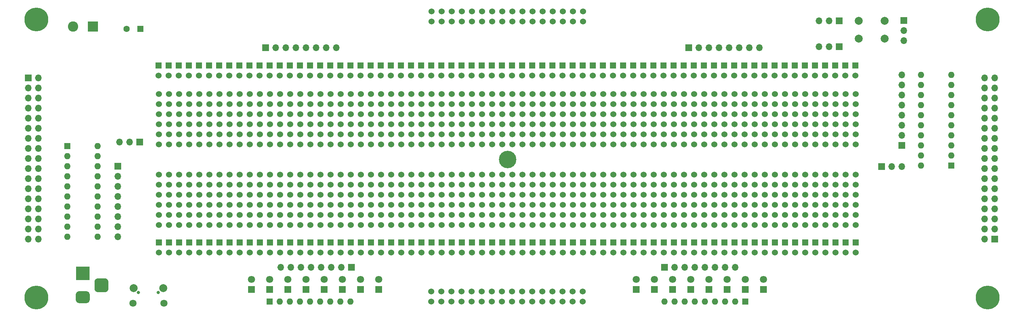
<source format=gbr>
%TF.GenerationSoftware,KiCad,Pcbnew,(5.1.10-1-10_14)*%
%TF.CreationDate,2021-08-21T14:50:14-04:00*%
%TF.ProjectId,breadboard-prototype,62726561-6462-46f6-9172-642d70726f74,rev?*%
%TF.SameCoordinates,Original*%
%TF.FileFunction,Soldermask,Bot*%
%TF.FilePolarity,Negative*%
%FSLAX46Y46*%
G04 Gerber Fmt 4.6, Leading zero omitted, Abs format (unit mm)*
G04 Created by KiCad (PCBNEW (5.1.10-1-10_14)) date 2021-08-21 14:50:14*
%MOMM*%
%LPD*%
G01*
G04 APERTURE LIST*
%ADD10O,1.600000X1.600000*%
%ADD11R,1.600000X1.600000*%
%ADD12O,1.700000X1.700000*%
%ADD13R,1.700000X1.700000*%
%ADD14C,2.000000*%
%ADD15C,0.800000*%
%ADD16C,1.800000*%
%ADD17R,3.500000X3.500000*%
%ADD18R,1.800000X1.800000*%
%ADD19C,1.524000*%
%ADD20C,1.600000*%
%ADD21C,0.700000*%
%ADD22C,4.400000*%
%ADD23R,1.524000X1.524000*%
%ADD24C,6.000000*%
%ADD25C,2.600000*%
%ADD26R,2.600000X2.600000*%
G04 APERTURE END LIST*
D10*
%TO.C,U2*%
X354584000Y-73660000D03*
X362204000Y-50800000D03*
X354584000Y-71120000D03*
X362204000Y-53340000D03*
X354584000Y-68580000D03*
X362204000Y-55880000D03*
X354584000Y-66040000D03*
X362204000Y-58420000D03*
X354584000Y-63500000D03*
X362204000Y-60960000D03*
X354584000Y-60960000D03*
X362204000Y-63500000D03*
X354584000Y-58420000D03*
X362204000Y-66040000D03*
X354584000Y-55880000D03*
X362204000Y-68580000D03*
X354584000Y-53340000D03*
X362204000Y-71120000D03*
X354584000Y-50800000D03*
D11*
X362204000Y-73660000D03*
%TD*%
D10*
%TO.C,U1*%
X147530000Y-68784000D03*
X139910000Y-91644000D03*
X147530000Y-71324000D03*
X139910000Y-89104000D03*
X147530000Y-73864000D03*
X139910000Y-86564000D03*
X147530000Y-76404000D03*
X139910000Y-84024000D03*
X147530000Y-78944000D03*
X139910000Y-81484000D03*
X147530000Y-81484000D03*
X139910000Y-78944000D03*
X147530000Y-84024000D03*
X139910000Y-76404000D03*
X147530000Y-86564000D03*
X139910000Y-73864000D03*
X147530000Y-89104000D03*
X139910000Y-71324000D03*
X147530000Y-91644000D03*
D11*
X139910000Y-68784000D03*
%TD*%
D12*
%TO.C,J20*%
X350266000Y-42164000D03*
X350266000Y-39624000D03*
D13*
X350266000Y-37084000D03*
%TD*%
D12*
%TO.C,J18*%
X328930000Y-43688000D03*
X331470000Y-43688000D03*
D13*
X334010000Y-43688000D03*
%TD*%
D12*
%TO.C,J19*%
X328930000Y-37142000D03*
X331470000Y-37142000D03*
D13*
X334010000Y-37142000D03*
%TD*%
D14*
%TO.C,SW1*%
X338940000Y-41656000D03*
X338940000Y-37156000D03*
X345440000Y-41656000D03*
X345440000Y-37156000D03*
%TD*%
D15*
%TO.C,J4*%
X162774000Y-105626000D03*
X157774000Y-105626000D03*
D16*
X164149000Y-108376000D03*
X156399000Y-108376000D03*
D14*
X163999000Y-104576000D03*
X156549000Y-104576000D03*
%TD*%
%TO.C,J17*%
G36*
G01*
X149339000Y-105588000D02*
X147589000Y-105588000D01*
G75*
G02*
X146714000Y-104713000I0J875000D01*
G01*
X146714000Y-102963000D01*
G75*
G02*
X147589000Y-102088000I875000J0D01*
G01*
X149339000Y-102088000D01*
G75*
G02*
X150214000Y-102963000I0J-875000D01*
G01*
X150214000Y-104713000D01*
G75*
G02*
X149339000Y-105588000I-875000J0D01*
G01*
G37*
G36*
G01*
X144764000Y-108338000D02*
X142764000Y-108338000D01*
G75*
G02*
X142014000Y-107588000I0J750000D01*
G01*
X142014000Y-106088000D01*
G75*
G02*
X142764000Y-105338000I750000J0D01*
G01*
X144764000Y-105338000D01*
G75*
G02*
X145514000Y-106088000I0J-750000D01*
G01*
X145514000Y-107588000D01*
G75*
G02*
X144764000Y-108338000I-750000J0D01*
G01*
G37*
D17*
X143764000Y-100838000D03*
%TD*%
D10*
%TO.C,RN2*%
X290068000Y-107950000D03*
X292608000Y-107950000D03*
X295148000Y-107950000D03*
X297688000Y-107950000D03*
X300228000Y-107950000D03*
X302768000Y-107950000D03*
X305308000Y-107950000D03*
X307848000Y-107950000D03*
D11*
X310388000Y-107950000D03*
%TD*%
D12*
%TO.C,J16*%
X307848000Y-99314000D03*
X305308000Y-99314000D03*
X302768000Y-99314000D03*
X300228000Y-99314000D03*
X297688000Y-99314000D03*
X295148000Y-99314000D03*
X292608000Y-99314000D03*
D13*
X290068000Y-99314000D03*
%TD*%
D16*
%TO.C,D44*%
X314960000Y-102362000D03*
D18*
X314960000Y-104902000D03*
%TD*%
D16*
%TO.C,D43*%
X310388000Y-102362000D03*
D18*
X310388000Y-104902000D03*
%TD*%
D16*
%TO.C,D42*%
X305816000Y-102362000D03*
D18*
X305816000Y-104902000D03*
%TD*%
D16*
%TO.C,D41*%
X301244000Y-102362000D03*
D18*
X301244000Y-104902000D03*
%TD*%
D16*
%TO.C,D40*%
X296672000Y-102362000D03*
D18*
X296672000Y-104902000D03*
%TD*%
D16*
%TO.C,D39*%
X292100000Y-102362000D03*
D18*
X292100000Y-104902000D03*
%TD*%
D16*
%TO.C,D38*%
X287528000Y-102362000D03*
D18*
X287528000Y-104902000D03*
%TD*%
D16*
%TO.C,D37*%
X282956000Y-102362000D03*
D18*
X282956000Y-104902000D03*
%TD*%
D10*
%TO.C,RN1*%
X211074000Y-107950000D03*
X208534000Y-107950000D03*
X205994000Y-107950000D03*
X203454000Y-107950000D03*
X200914000Y-107950000D03*
X198374000Y-107950000D03*
X195834000Y-107950000D03*
X193294000Y-107950000D03*
D11*
X190754000Y-107950000D03*
%TD*%
D12*
%TO.C,J15*%
X193548000Y-99314000D03*
X196088000Y-99314000D03*
X198628000Y-99314000D03*
X201168000Y-99314000D03*
X203708000Y-99314000D03*
X206248000Y-99314000D03*
X208788000Y-99314000D03*
D13*
X211328000Y-99314000D03*
%TD*%
D16*
%TO.C,D36*%
X186182000Y-102362000D03*
D18*
X186182000Y-104902000D03*
%TD*%
D16*
%TO.C,D35*%
X190754000Y-102362000D03*
D18*
X190754000Y-104902000D03*
%TD*%
D16*
%TO.C,D34*%
X195326000Y-102362000D03*
D18*
X195326000Y-104902000D03*
%TD*%
D16*
%TO.C,D33*%
X199898000Y-102362000D03*
D18*
X199898000Y-104902000D03*
%TD*%
D16*
%TO.C,D32*%
X204470000Y-102362000D03*
D18*
X204470000Y-104902000D03*
%TD*%
D16*
%TO.C,D31*%
X209042000Y-102362000D03*
D18*
X209042000Y-104902000D03*
%TD*%
D16*
%TO.C,D30*%
X213614000Y-102362000D03*
D18*
X213614000Y-104902000D03*
%TD*%
D16*
%TO.C,D29*%
X218186000Y-102362000D03*
D18*
X218186000Y-104902000D03*
%TD*%
D12*
%TO.C,J13*%
X313944000Y-43942000D03*
X311404000Y-43942000D03*
X308864000Y-43942000D03*
X306324000Y-43942000D03*
X303784000Y-43942000D03*
X301244000Y-43942000D03*
X298704000Y-43942000D03*
D13*
X296164000Y-43942000D03*
%TD*%
D12*
%TO.C,J12*%
X207518000Y-43942000D03*
X204978000Y-43942000D03*
X202438000Y-43942000D03*
X199898000Y-43942000D03*
X197358000Y-43942000D03*
X194818000Y-43942000D03*
X192278000Y-43942000D03*
D13*
X189738000Y-43942000D03*
%TD*%
D19*
%TO.C,J11*%
X254340000Y-65790000D03*
X226400000Y-65790000D03*
X261960000Y-65790000D03*
X269580000Y-65790000D03*
X267040000Y-65790000D03*
X244180000Y-68320000D03*
X241640000Y-68320000D03*
X322920000Y-65790000D03*
X320380000Y-65790000D03*
X317840000Y-65790000D03*
X183220000Y-65790000D03*
X180680000Y-65790000D03*
X231480000Y-65790000D03*
X223860000Y-65790000D03*
X221320000Y-65790000D03*
X218780000Y-65790000D03*
X216240000Y-65790000D03*
X213700000Y-65790000D03*
X211160000Y-65790000D03*
X208620000Y-65790000D03*
X287360000Y-65790000D03*
X284820000Y-65790000D03*
X282280000Y-65790000D03*
X279740000Y-65790000D03*
X162900000Y-65790000D03*
X203540000Y-65790000D03*
X201000000Y-65790000D03*
X198460000Y-65790000D03*
X170520000Y-65790000D03*
X167980000Y-65790000D03*
X165440000Y-65790000D03*
X249260000Y-65790000D03*
X246720000Y-65790000D03*
X239100000Y-65790000D03*
X236560000Y-65790000D03*
X234020000Y-65790000D03*
X178140000Y-65790000D03*
X175600000Y-65790000D03*
X173060000Y-65790000D03*
X195920000Y-65790000D03*
X193380000Y-65790000D03*
X190840000Y-65790000D03*
X188300000Y-65790000D03*
X185760000Y-65790000D03*
X277200000Y-65790000D03*
X274660000Y-65790000D03*
X272120000Y-65790000D03*
X206080000Y-65790000D03*
X315300000Y-65790000D03*
X312760000Y-65790000D03*
X310220000Y-65790000D03*
X307680000Y-65790000D03*
X305140000Y-65790000D03*
X302600000Y-65790000D03*
X244180000Y-65790000D03*
X241640000Y-65790000D03*
X300060000Y-65790000D03*
X297520000Y-65790000D03*
X294980000Y-65790000D03*
X292440000Y-65790000D03*
X289900000Y-65790000D03*
X185760000Y-68320000D03*
X183220000Y-68320000D03*
X165440000Y-68320000D03*
X338160000Y-65790000D03*
X335620000Y-65790000D03*
X333080000Y-65790000D03*
X315300000Y-68320000D03*
X312760000Y-68320000D03*
X310220000Y-68320000D03*
X307680000Y-68320000D03*
X305140000Y-68320000D03*
X302600000Y-68320000D03*
X188300000Y-68320000D03*
X330540000Y-65790000D03*
X328000000Y-65790000D03*
X325460000Y-65790000D03*
X251800000Y-65790000D03*
X256880000Y-65790000D03*
X328000000Y-68320000D03*
X325460000Y-68320000D03*
X294980000Y-68320000D03*
X292440000Y-68320000D03*
X289900000Y-68320000D03*
X287360000Y-68320000D03*
X236560000Y-68320000D03*
X234020000Y-68320000D03*
X231480000Y-68320000D03*
X228940000Y-68320000D03*
X226400000Y-68320000D03*
X223860000Y-68320000D03*
X221320000Y-68320000D03*
X218780000Y-68320000D03*
X216240000Y-68320000D03*
X213700000Y-68320000D03*
X211160000Y-68320000D03*
X208620000Y-68320000D03*
X206080000Y-68320000D03*
X203540000Y-68320000D03*
X201000000Y-68320000D03*
X251800000Y-68320000D03*
X249260000Y-68320000D03*
X178140000Y-68320000D03*
X180680000Y-68320000D03*
X173060000Y-68320000D03*
X175600000Y-68320000D03*
X338160000Y-68320000D03*
X300060000Y-68320000D03*
X297520000Y-68320000D03*
X322920000Y-68320000D03*
X320380000Y-68320000D03*
X317840000Y-68320000D03*
X239100000Y-68320000D03*
X284820000Y-68320000D03*
X282280000Y-68320000D03*
X279740000Y-68320000D03*
X277200000Y-68320000D03*
X274660000Y-68320000D03*
X272120000Y-68320000D03*
X269580000Y-68320000D03*
X267040000Y-68320000D03*
X264500000Y-68320000D03*
X261960000Y-68320000D03*
X259420000Y-68320000D03*
X256880000Y-68320000D03*
X254340000Y-68320000D03*
X167980000Y-68320000D03*
X162900000Y-68320000D03*
X198460000Y-68320000D03*
X195920000Y-68320000D03*
X193380000Y-68320000D03*
X190840000Y-68320000D03*
X170520000Y-68320000D03*
X335620000Y-68320000D03*
X333080000Y-68320000D03*
X330540000Y-68320000D03*
X246720000Y-68320000D03*
X259420000Y-65790000D03*
X228940000Y-65790000D03*
X264500000Y-65790000D03*
X328000000Y-63250000D03*
X325460000Y-63250000D03*
X294980000Y-63250000D03*
X292440000Y-63250000D03*
X289900000Y-63250000D03*
X287360000Y-63250000D03*
X236560000Y-63250000D03*
X234020000Y-63250000D03*
X231480000Y-63250000D03*
X228940000Y-63250000D03*
X226400000Y-63250000D03*
X223860000Y-63250000D03*
X221320000Y-63250000D03*
X218780000Y-63250000D03*
X216240000Y-63250000D03*
X213700000Y-63250000D03*
X211160000Y-63250000D03*
X208620000Y-63250000D03*
X206080000Y-63250000D03*
X203540000Y-63250000D03*
X201000000Y-63250000D03*
X251800000Y-63250000D03*
X249260000Y-63250000D03*
X178140000Y-63250000D03*
X180680000Y-63250000D03*
X173060000Y-63250000D03*
X175600000Y-63250000D03*
X338160000Y-63250000D03*
X300060000Y-63250000D03*
X297520000Y-63250000D03*
X322920000Y-63250000D03*
X320380000Y-63250000D03*
X317840000Y-63250000D03*
X239100000Y-63250000D03*
X284820000Y-63250000D03*
X282280000Y-63250000D03*
X279740000Y-63250000D03*
X277200000Y-63250000D03*
X274660000Y-63250000D03*
X272120000Y-63250000D03*
X269580000Y-63250000D03*
X267040000Y-63250000D03*
X264500000Y-63250000D03*
X261960000Y-63250000D03*
X259420000Y-63250000D03*
X256880000Y-63250000D03*
X254340000Y-63250000D03*
X167980000Y-63250000D03*
X162900000Y-63250000D03*
X198460000Y-63250000D03*
X195920000Y-63250000D03*
X193380000Y-63250000D03*
X190840000Y-63250000D03*
X170520000Y-63250000D03*
X335620000Y-63250000D03*
X333080000Y-63250000D03*
X330540000Y-63250000D03*
X246720000Y-63250000D03*
X244180000Y-63250000D03*
X241640000Y-63250000D03*
X315300000Y-63250000D03*
X312760000Y-63250000D03*
X310220000Y-63250000D03*
X307680000Y-63250000D03*
X305140000Y-63250000D03*
X302600000Y-63250000D03*
X188300000Y-63250000D03*
X185760000Y-63250000D03*
X183220000Y-63250000D03*
X165440000Y-63250000D03*
X338160000Y-60720000D03*
X335620000Y-60720000D03*
X333080000Y-60720000D03*
X330540000Y-60720000D03*
X328000000Y-60720000D03*
X325460000Y-60720000D03*
X322920000Y-60720000D03*
X320380000Y-60720000D03*
X317840000Y-60720000D03*
X183220000Y-60720000D03*
X180680000Y-60720000D03*
X178140000Y-60720000D03*
X175600000Y-60720000D03*
X173060000Y-60720000D03*
X170520000Y-60720000D03*
X167980000Y-60720000D03*
X165440000Y-60720000D03*
X249260000Y-60720000D03*
X246720000Y-60720000D03*
X244180000Y-60720000D03*
X241640000Y-60720000D03*
X239100000Y-60720000D03*
X236560000Y-60720000D03*
X234020000Y-60720000D03*
X231480000Y-60720000D03*
X223860000Y-60720000D03*
X221320000Y-60720000D03*
X218780000Y-60720000D03*
X216240000Y-60720000D03*
X213700000Y-60720000D03*
X211160000Y-60720000D03*
X208620000Y-60720000D03*
X206080000Y-60720000D03*
X315300000Y-60720000D03*
X312760000Y-60720000D03*
X310220000Y-60720000D03*
X307680000Y-60720000D03*
X305140000Y-60720000D03*
X302600000Y-60720000D03*
X300060000Y-60720000D03*
X297520000Y-60720000D03*
X294980000Y-60720000D03*
X292440000Y-60720000D03*
X289900000Y-60720000D03*
X287360000Y-60720000D03*
X284820000Y-60720000D03*
X282280000Y-60720000D03*
X279740000Y-60720000D03*
X162900000Y-60720000D03*
X203540000Y-60720000D03*
X201000000Y-60720000D03*
X198460000Y-60720000D03*
X195920000Y-60720000D03*
X193380000Y-60720000D03*
X190840000Y-60720000D03*
X188300000Y-60720000D03*
X185760000Y-60720000D03*
X277200000Y-60720000D03*
X274660000Y-60720000D03*
X272120000Y-60720000D03*
X269580000Y-60720000D03*
X267040000Y-60720000D03*
X264500000Y-60720000D03*
X261960000Y-60720000D03*
X259420000Y-60720000D03*
X228940000Y-60720000D03*
X226400000Y-60720000D03*
X256880000Y-60720000D03*
X254340000Y-60720000D03*
X251800000Y-60720000D03*
X178140000Y-58180000D03*
X180680000Y-58180000D03*
X173060000Y-58180000D03*
X175600000Y-58180000D03*
X338160000Y-58180000D03*
X300060000Y-58180000D03*
X297520000Y-58180000D03*
X294980000Y-58180000D03*
X292440000Y-58180000D03*
X289900000Y-58180000D03*
X287360000Y-58180000D03*
X236560000Y-58180000D03*
X234020000Y-58180000D03*
X231480000Y-58180000D03*
X228940000Y-58180000D03*
X226400000Y-58180000D03*
X223860000Y-58180000D03*
X221320000Y-58180000D03*
X218780000Y-58180000D03*
X216240000Y-58180000D03*
X213700000Y-58180000D03*
X211160000Y-58180000D03*
X208620000Y-58180000D03*
X206080000Y-58180000D03*
X203540000Y-58180000D03*
X201000000Y-58180000D03*
X251800000Y-58180000D03*
X249260000Y-58180000D03*
X246720000Y-58180000D03*
X244180000Y-58180000D03*
X241640000Y-58180000D03*
X239100000Y-58180000D03*
X284820000Y-58180000D03*
X282280000Y-58180000D03*
X279740000Y-58180000D03*
X277200000Y-58180000D03*
X274660000Y-58180000D03*
X272120000Y-58180000D03*
X269580000Y-58180000D03*
X267040000Y-58180000D03*
X264500000Y-58180000D03*
X261960000Y-58180000D03*
X259420000Y-58180000D03*
X256880000Y-58180000D03*
X254340000Y-58180000D03*
X167980000Y-58180000D03*
X162900000Y-58180000D03*
X198460000Y-58180000D03*
X195920000Y-58180000D03*
X193380000Y-58180000D03*
X190840000Y-58180000D03*
X170520000Y-58180000D03*
X335620000Y-58180000D03*
X333080000Y-58180000D03*
X330540000Y-58180000D03*
X328000000Y-58180000D03*
X325460000Y-58180000D03*
X322920000Y-58180000D03*
X320380000Y-58180000D03*
X317840000Y-58180000D03*
X315300000Y-58180000D03*
X312760000Y-58180000D03*
X310220000Y-58180000D03*
X307680000Y-58180000D03*
X305140000Y-58180000D03*
X302600000Y-58180000D03*
X188300000Y-58180000D03*
X185760000Y-58180000D03*
X183220000Y-58180000D03*
X165440000Y-58180000D03*
X338160000Y-55650000D03*
X335620000Y-55650000D03*
X333080000Y-55650000D03*
X330540000Y-55650000D03*
X328000000Y-55650000D03*
X325460000Y-55650000D03*
X322920000Y-55650000D03*
X320380000Y-55650000D03*
X317840000Y-55650000D03*
X315300000Y-55650000D03*
X312760000Y-55650000D03*
X310220000Y-55650000D03*
X307680000Y-55650000D03*
X305140000Y-55650000D03*
X302600000Y-55650000D03*
X300060000Y-55650000D03*
X297520000Y-55650000D03*
X294980000Y-55650000D03*
X292440000Y-55650000D03*
X289900000Y-55650000D03*
X287360000Y-55650000D03*
X284820000Y-55650000D03*
X282280000Y-55650000D03*
X279740000Y-55650000D03*
X277200000Y-55650000D03*
X274660000Y-55650000D03*
X272120000Y-55650000D03*
X269580000Y-55650000D03*
X267040000Y-55650000D03*
X264500000Y-55650000D03*
X261960000Y-55650000D03*
X259420000Y-55650000D03*
X256880000Y-55650000D03*
X254340000Y-55650000D03*
X251800000Y-55650000D03*
X249260000Y-55650000D03*
X246720000Y-55650000D03*
X244180000Y-55650000D03*
X241640000Y-55650000D03*
X239100000Y-55650000D03*
X236560000Y-55650000D03*
X234020000Y-55650000D03*
X231480000Y-55650000D03*
X228940000Y-55650000D03*
X226400000Y-55650000D03*
X223860000Y-55650000D03*
X221320000Y-55650000D03*
X218780000Y-55650000D03*
X216240000Y-55650000D03*
X213700000Y-55650000D03*
X211160000Y-55650000D03*
X208620000Y-55650000D03*
X206080000Y-55650000D03*
X203540000Y-55650000D03*
X201000000Y-55650000D03*
X198460000Y-55650000D03*
X195920000Y-55650000D03*
X193380000Y-55650000D03*
X190840000Y-55650000D03*
X188300000Y-55650000D03*
X185760000Y-55650000D03*
X183220000Y-55650000D03*
X180680000Y-55650000D03*
X178140000Y-55650000D03*
X175600000Y-55650000D03*
X173060000Y-55650000D03*
X170520000Y-55650000D03*
X167980000Y-55650000D03*
X165440000Y-55650000D03*
X162900000Y-55650000D03*
%TD*%
%TO.C,J14*%
X246720000Y-78470000D03*
X274660000Y-78470000D03*
X239100000Y-78470000D03*
X231480000Y-78470000D03*
X234020000Y-78470000D03*
X256880000Y-75940000D03*
X259420000Y-75940000D03*
X178140000Y-78470000D03*
X180680000Y-78470000D03*
X183220000Y-78470000D03*
X317840000Y-78470000D03*
X320380000Y-78470000D03*
X269580000Y-78470000D03*
X277200000Y-78470000D03*
X279740000Y-78470000D03*
X282280000Y-78470000D03*
X284820000Y-78470000D03*
X287360000Y-78470000D03*
X289900000Y-78470000D03*
X292440000Y-78470000D03*
X213700000Y-78470000D03*
X216240000Y-78470000D03*
X218780000Y-78470000D03*
X221320000Y-78470000D03*
X338160000Y-78470000D03*
X297520000Y-78470000D03*
X300060000Y-78470000D03*
X302600000Y-78470000D03*
X330540000Y-78470000D03*
X333080000Y-78470000D03*
X335620000Y-78470000D03*
X251800000Y-78470000D03*
X254340000Y-78470000D03*
X261960000Y-78470000D03*
X264500000Y-78470000D03*
X267040000Y-78470000D03*
X322920000Y-78470000D03*
X325460000Y-78470000D03*
X328000000Y-78470000D03*
X305140000Y-78470000D03*
X307680000Y-78470000D03*
X310220000Y-78470000D03*
X312760000Y-78470000D03*
X315300000Y-78470000D03*
X223860000Y-78470000D03*
X226400000Y-78470000D03*
X228940000Y-78470000D03*
X294980000Y-78470000D03*
X185760000Y-78470000D03*
X188300000Y-78470000D03*
X190840000Y-78470000D03*
X193380000Y-78470000D03*
X195920000Y-78470000D03*
X198460000Y-78470000D03*
X256880000Y-78470000D03*
X259420000Y-78470000D03*
X201000000Y-78470000D03*
X203540000Y-78470000D03*
X206080000Y-78470000D03*
X208620000Y-78470000D03*
X211160000Y-78470000D03*
X315300000Y-75940000D03*
X317840000Y-75940000D03*
X335620000Y-75940000D03*
X162900000Y-78470000D03*
X165440000Y-78470000D03*
X167980000Y-78470000D03*
X185760000Y-75940000D03*
X188300000Y-75940000D03*
X190840000Y-75940000D03*
X193380000Y-75940000D03*
X195920000Y-75940000D03*
X198460000Y-75940000D03*
X312760000Y-75940000D03*
X170520000Y-78470000D03*
X173060000Y-78470000D03*
X175600000Y-78470000D03*
X249260000Y-78470000D03*
X244180000Y-78470000D03*
X173060000Y-75940000D03*
X175600000Y-75940000D03*
X206080000Y-75940000D03*
X208620000Y-75940000D03*
X211160000Y-75940000D03*
X213700000Y-75940000D03*
X264500000Y-75940000D03*
X267040000Y-75940000D03*
X269580000Y-75940000D03*
X272120000Y-75940000D03*
X274660000Y-75940000D03*
X277200000Y-75940000D03*
X279740000Y-75940000D03*
X282280000Y-75940000D03*
X284820000Y-75940000D03*
X287360000Y-75940000D03*
X289900000Y-75940000D03*
X292440000Y-75940000D03*
X294980000Y-75940000D03*
X297520000Y-75940000D03*
X300060000Y-75940000D03*
X249260000Y-75940000D03*
X251800000Y-75940000D03*
X322920000Y-75940000D03*
X320380000Y-75940000D03*
X328000000Y-75940000D03*
X325460000Y-75940000D03*
X162900000Y-75940000D03*
X201000000Y-75940000D03*
X203540000Y-75940000D03*
X178140000Y-75940000D03*
X180680000Y-75940000D03*
X183220000Y-75940000D03*
X261960000Y-75940000D03*
X216240000Y-75940000D03*
X218780000Y-75940000D03*
X221320000Y-75940000D03*
X223860000Y-75940000D03*
X226400000Y-75940000D03*
X228940000Y-75940000D03*
X231480000Y-75940000D03*
X234020000Y-75940000D03*
X236560000Y-75940000D03*
X239100000Y-75940000D03*
X241640000Y-75940000D03*
X244180000Y-75940000D03*
X246720000Y-75940000D03*
X333080000Y-75940000D03*
X338160000Y-75940000D03*
X302600000Y-75940000D03*
X305140000Y-75940000D03*
X307680000Y-75940000D03*
X310220000Y-75940000D03*
X330540000Y-75940000D03*
X165440000Y-75940000D03*
X167980000Y-75940000D03*
X170520000Y-75940000D03*
X254340000Y-75940000D03*
X241640000Y-78470000D03*
X272120000Y-78470000D03*
X236560000Y-78470000D03*
X173060000Y-81010000D03*
X175600000Y-81010000D03*
X206080000Y-81010000D03*
X208620000Y-81010000D03*
X211160000Y-81010000D03*
X213700000Y-81010000D03*
X264500000Y-81010000D03*
X267040000Y-81010000D03*
X269580000Y-81010000D03*
X272120000Y-81010000D03*
X274660000Y-81010000D03*
X277200000Y-81010000D03*
X279740000Y-81010000D03*
X282280000Y-81010000D03*
X284820000Y-81010000D03*
X287360000Y-81010000D03*
X289900000Y-81010000D03*
X292440000Y-81010000D03*
X294980000Y-81010000D03*
X297520000Y-81010000D03*
X300060000Y-81010000D03*
X249260000Y-81010000D03*
X251800000Y-81010000D03*
X322920000Y-81010000D03*
X320380000Y-81010000D03*
X328000000Y-81010000D03*
X325460000Y-81010000D03*
X162900000Y-81010000D03*
X201000000Y-81010000D03*
X203540000Y-81010000D03*
X178140000Y-81010000D03*
X180680000Y-81010000D03*
X183220000Y-81010000D03*
X261960000Y-81010000D03*
X216240000Y-81010000D03*
X218780000Y-81010000D03*
X221320000Y-81010000D03*
X223860000Y-81010000D03*
X226400000Y-81010000D03*
X228940000Y-81010000D03*
X231480000Y-81010000D03*
X234020000Y-81010000D03*
X236560000Y-81010000D03*
X239100000Y-81010000D03*
X241640000Y-81010000D03*
X244180000Y-81010000D03*
X246720000Y-81010000D03*
X333080000Y-81010000D03*
X338160000Y-81010000D03*
X302600000Y-81010000D03*
X305140000Y-81010000D03*
X307680000Y-81010000D03*
X310220000Y-81010000D03*
X330540000Y-81010000D03*
X165440000Y-81010000D03*
X167980000Y-81010000D03*
X170520000Y-81010000D03*
X254340000Y-81010000D03*
X256880000Y-81010000D03*
X259420000Y-81010000D03*
X185760000Y-81010000D03*
X188300000Y-81010000D03*
X190840000Y-81010000D03*
X193380000Y-81010000D03*
X195920000Y-81010000D03*
X198460000Y-81010000D03*
X312760000Y-81010000D03*
X315300000Y-81010000D03*
X317840000Y-81010000D03*
X335620000Y-81010000D03*
X162900000Y-83540000D03*
X165440000Y-83540000D03*
X167980000Y-83540000D03*
X170520000Y-83540000D03*
X173060000Y-83540000D03*
X175600000Y-83540000D03*
X178140000Y-83540000D03*
X180680000Y-83540000D03*
X183220000Y-83540000D03*
X317840000Y-83540000D03*
X320380000Y-83540000D03*
X322920000Y-83540000D03*
X325460000Y-83540000D03*
X328000000Y-83540000D03*
X330540000Y-83540000D03*
X333080000Y-83540000D03*
X335620000Y-83540000D03*
X251800000Y-83540000D03*
X254340000Y-83540000D03*
X256880000Y-83540000D03*
X259420000Y-83540000D03*
X261960000Y-83540000D03*
X264500000Y-83540000D03*
X267040000Y-83540000D03*
X269580000Y-83540000D03*
X277200000Y-83540000D03*
X279740000Y-83540000D03*
X282280000Y-83540000D03*
X284820000Y-83540000D03*
X287360000Y-83540000D03*
X289900000Y-83540000D03*
X292440000Y-83540000D03*
X294980000Y-83540000D03*
X185760000Y-83540000D03*
X188300000Y-83540000D03*
X190840000Y-83540000D03*
X193380000Y-83540000D03*
X195920000Y-83540000D03*
X198460000Y-83540000D03*
X201000000Y-83540000D03*
X203540000Y-83540000D03*
X206080000Y-83540000D03*
X208620000Y-83540000D03*
X211160000Y-83540000D03*
X213700000Y-83540000D03*
X216240000Y-83540000D03*
X218780000Y-83540000D03*
X221320000Y-83540000D03*
X338160000Y-83540000D03*
X297520000Y-83540000D03*
X300060000Y-83540000D03*
X302600000Y-83540000D03*
X305140000Y-83540000D03*
X307680000Y-83540000D03*
X310220000Y-83540000D03*
X312760000Y-83540000D03*
X315300000Y-83540000D03*
X223860000Y-83540000D03*
X226400000Y-83540000D03*
X228940000Y-83540000D03*
X231480000Y-83540000D03*
X234020000Y-83540000D03*
X236560000Y-83540000D03*
X239100000Y-83540000D03*
X241640000Y-83540000D03*
X272120000Y-83540000D03*
X274660000Y-83540000D03*
X244180000Y-83540000D03*
X246720000Y-83540000D03*
X249260000Y-83540000D03*
X322920000Y-86080000D03*
X320380000Y-86080000D03*
X328000000Y-86080000D03*
X325460000Y-86080000D03*
X162900000Y-86080000D03*
X201000000Y-86080000D03*
X203540000Y-86080000D03*
X206080000Y-86080000D03*
X208620000Y-86080000D03*
X211160000Y-86080000D03*
X213700000Y-86080000D03*
X264500000Y-86080000D03*
X267040000Y-86080000D03*
X269580000Y-86080000D03*
X272120000Y-86080000D03*
X274660000Y-86080000D03*
X277200000Y-86080000D03*
X279740000Y-86080000D03*
X282280000Y-86080000D03*
X284820000Y-86080000D03*
X287360000Y-86080000D03*
X289900000Y-86080000D03*
X292440000Y-86080000D03*
X294980000Y-86080000D03*
X297520000Y-86080000D03*
X300060000Y-86080000D03*
X249260000Y-86080000D03*
X251800000Y-86080000D03*
X254340000Y-86080000D03*
X256880000Y-86080000D03*
X259420000Y-86080000D03*
X261960000Y-86080000D03*
X216240000Y-86080000D03*
X218780000Y-86080000D03*
X221320000Y-86080000D03*
X223860000Y-86080000D03*
X226400000Y-86080000D03*
X228940000Y-86080000D03*
X231480000Y-86080000D03*
X234020000Y-86080000D03*
X236560000Y-86080000D03*
X239100000Y-86080000D03*
X241640000Y-86080000D03*
X244180000Y-86080000D03*
X246720000Y-86080000D03*
X333080000Y-86080000D03*
X338160000Y-86080000D03*
X302600000Y-86080000D03*
X305140000Y-86080000D03*
X307680000Y-86080000D03*
X310220000Y-86080000D03*
X330540000Y-86080000D03*
X165440000Y-86080000D03*
X167980000Y-86080000D03*
X170520000Y-86080000D03*
X173060000Y-86080000D03*
X175600000Y-86080000D03*
X178140000Y-86080000D03*
X180680000Y-86080000D03*
X183220000Y-86080000D03*
X185760000Y-86080000D03*
X188300000Y-86080000D03*
X190840000Y-86080000D03*
X193380000Y-86080000D03*
X195920000Y-86080000D03*
X198460000Y-86080000D03*
X312760000Y-86080000D03*
X315300000Y-86080000D03*
X317840000Y-86080000D03*
X335620000Y-86080000D03*
X162900000Y-88610000D03*
X165440000Y-88610000D03*
X167980000Y-88610000D03*
X170520000Y-88610000D03*
X173060000Y-88610000D03*
X175600000Y-88610000D03*
X178140000Y-88610000D03*
X180680000Y-88610000D03*
X183220000Y-88610000D03*
X185760000Y-88610000D03*
X188300000Y-88610000D03*
X190840000Y-88610000D03*
X193380000Y-88610000D03*
X195920000Y-88610000D03*
X198460000Y-88610000D03*
X201000000Y-88610000D03*
X203540000Y-88610000D03*
X206080000Y-88610000D03*
X208620000Y-88610000D03*
X211160000Y-88610000D03*
X213700000Y-88610000D03*
X216240000Y-88610000D03*
X218780000Y-88610000D03*
X221320000Y-88610000D03*
X223860000Y-88610000D03*
X226400000Y-88610000D03*
X228940000Y-88610000D03*
X231480000Y-88610000D03*
X234020000Y-88610000D03*
X236560000Y-88610000D03*
X239100000Y-88610000D03*
X241640000Y-88610000D03*
X244180000Y-88610000D03*
X246720000Y-88610000D03*
X249260000Y-88610000D03*
X251800000Y-88610000D03*
X254340000Y-88610000D03*
X256880000Y-88610000D03*
X259420000Y-88610000D03*
X261960000Y-88610000D03*
X264500000Y-88610000D03*
X267040000Y-88610000D03*
X269580000Y-88610000D03*
X272120000Y-88610000D03*
X274660000Y-88610000D03*
X277200000Y-88610000D03*
X279740000Y-88610000D03*
X282280000Y-88610000D03*
X284820000Y-88610000D03*
X287360000Y-88610000D03*
X289900000Y-88610000D03*
X292440000Y-88610000D03*
X294980000Y-88610000D03*
X297520000Y-88610000D03*
X300060000Y-88610000D03*
X302600000Y-88610000D03*
X305140000Y-88610000D03*
X307680000Y-88610000D03*
X310220000Y-88610000D03*
X312760000Y-88610000D03*
X315300000Y-88610000D03*
X317840000Y-88610000D03*
X320380000Y-88610000D03*
X322920000Y-88610000D03*
X325460000Y-88610000D03*
X328000000Y-88610000D03*
X330540000Y-88610000D03*
X333080000Y-88610000D03*
X335620000Y-88610000D03*
X338160000Y-88610000D03*
%TD*%
%TO.C,J9*%
X269520000Y-107970000D03*
X266980000Y-107970000D03*
X264440000Y-107970000D03*
X261900000Y-107970000D03*
X259360000Y-107970000D03*
X256820000Y-107970000D03*
X254280000Y-107970000D03*
X251740000Y-107970000D03*
X249200000Y-107970000D03*
X246660000Y-107970000D03*
X244120000Y-107970000D03*
X241580000Y-107970000D03*
X239040000Y-107970000D03*
X236500000Y-107970000D03*
X233960000Y-107970000D03*
X231420000Y-107970000D03*
X269520000Y-105430000D03*
X266980000Y-105430000D03*
X264440000Y-105430000D03*
X261900000Y-105430000D03*
X259360000Y-105430000D03*
X256820000Y-105430000D03*
X254280000Y-105430000D03*
X251740000Y-105430000D03*
X249200000Y-105430000D03*
X246660000Y-105430000D03*
X244120000Y-105430000D03*
X241580000Y-105430000D03*
X239040000Y-105430000D03*
X236500000Y-105430000D03*
X233960000Y-105430000D03*
X231420000Y-105430000D03*
%TD*%
%TO.C,J10*%
X269550000Y-37310000D03*
X267010000Y-37310000D03*
X264470000Y-37310000D03*
X261930000Y-37310000D03*
X259390000Y-37310000D03*
X256850000Y-37310000D03*
X254310000Y-37310000D03*
X251770000Y-37310000D03*
X249230000Y-37310000D03*
X246690000Y-37310000D03*
X244150000Y-37310000D03*
X241610000Y-37310000D03*
X239070000Y-37310000D03*
X236530000Y-37310000D03*
X233990000Y-37310000D03*
X231450000Y-37310000D03*
X269550000Y-34770000D03*
X267010000Y-34770000D03*
X264470000Y-34770000D03*
X261930000Y-34770000D03*
X259390000Y-34770000D03*
X256850000Y-34770000D03*
X254310000Y-34770000D03*
X251770000Y-34770000D03*
X249230000Y-34770000D03*
X246690000Y-34770000D03*
X244150000Y-34770000D03*
X241610000Y-34770000D03*
X239070000Y-34770000D03*
X236530000Y-34770000D03*
X233990000Y-34770000D03*
X231450000Y-34770000D03*
%TD*%
D20*
%TO.C,C1*%
X154790000Y-39180000D03*
D11*
X158290000Y-39180000D03*
%TD*%
D21*
%TO.C,REF\u002A\u002A*%
X251766726Y-70953274D03*
X250600000Y-70470000D03*
X249433274Y-70953274D03*
X248950000Y-72120000D03*
X249433274Y-73286726D03*
X250600000Y-73770000D03*
X251766726Y-73286726D03*
X252250000Y-72120000D03*
D22*
X250600000Y-72120000D03*
%TD*%
D19*
%TO.C,REF\u002A\u002A*%
X338170000Y-95580000D03*
D23*
X338170000Y-93040000D03*
%TD*%
D19*
%TO.C,REF\u002A\u002A*%
X335630000Y-95580000D03*
D23*
X335630000Y-93040000D03*
%TD*%
D19*
%TO.C,REF\u002A\u002A*%
X333090000Y-95580000D03*
D23*
X333090000Y-93040000D03*
%TD*%
D19*
%TO.C,REF\u002A\u002A*%
X330550000Y-95580000D03*
D23*
X330550000Y-93040000D03*
%TD*%
D19*
%TO.C,REF\u002A\u002A*%
X328010000Y-95580000D03*
D23*
X328010000Y-93040000D03*
%TD*%
D19*
%TO.C,REF\u002A\u002A*%
X325470000Y-95580000D03*
D23*
X325470000Y-93040000D03*
%TD*%
D19*
%TO.C,REF\u002A\u002A*%
X322930000Y-95580000D03*
D23*
X322930000Y-93040000D03*
%TD*%
D19*
%TO.C,REF\u002A\u002A*%
X320390000Y-95580000D03*
D23*
X320390000Y-93040000D03*
%TD*%
D19*
%TO.C,REF\u002A\u002A*%
X317850000Y-95580000D03*
D23*
X317850000Y-93040000D03*
%TD*%
D19*
%TO.C,REF\u002A\u002A*%
X315310000Y-95580000D03*
D23*
X315310000Y-93040000D03*
%TD*%
D19*
%TO.C,REF\u002A\u002A*%
X312770000Y-95580000D03*
D23*
X312770000Y-93040000D03*
%TD*%
D19*
%TO.C,REF\u002A\u002A*%
X310230000Y-95580000D03*
D23*
X310230000Y-93040000D03*
%TD*%
D19*
%TO.C,REF\u002A\u002A*%
X307690000Y-95580000D03*
D23*
X307690000Y-93040000D03*
%TD*%
D19*
%TO.C,REF\u002A\u002A*%
X305150000Y-95580000D03*
D23*
X305150000Y-93040000D03*
%TD*%
D19*
%TO.C,REF\u002A\u002A*%
X302610000Y-95580000D03*
D23*
X302610000Y-93040000D03*
%TD*%
D19*
%TO.C,REF\u002A\u002A*%
X300070000Y-95580000D03*
D23*
X300070000Y-93040000D03*
%TD*%
D19*
%TO.C,REF\u002A\u002A*%
X297530000Y-95580000D03*
D23*
X297530000Y-93040000D03*
%TD*%
D19*
%TO.C,REF\u002A\u002A*%
X294990000Y-95580000D03*
D23*
X294990000Y-93040000D03*
%TD*%
D19*
%TO.C,REF\u002A\u002A*%
X292450000Y-95580000D03*
D23*
X292450000Y-93040000D03*
%TD*%
D19*
%TO.C,REF\u002A\u002A*%
X289910000Y-95580000D03*
D23*
X289910000Y-93040000D03*
%TD*%
D19*
%TO.C,REF\u002A\u002A*%
X287370000Y-95580000D03*
D23*
X287370000Y-93040000D03*
%TD*%
D19*
%TO.C,REF\u002A\u002A*%
X284830000Y-95580000D03*
D23*
X284830000Y-93040000D03*
%TD*%
D19*
%TO.C,REF\u002A\u002A*%
X282290000Y-95580000D03*
D23*
X282290000Y-93040000D03*
%TD*%
D19*
%TO.C,REF\u002A\u002A*%
X279750000Y-95580000D03*
D23*
X279750000Y-93040000D03*
%TD*%
D19*
%TO.C,REF\u002A\u002A*%
X277210000Y-95580000D03*
D23*
X277210000Y-93040000D03*
%TD*%
D19*
%TO.C,REF\u002A\u002A*%
X274670000Y-95580000D03*
D23*
X274670000Y-93040000D03*
%TD*%
D19*
%TO.C,REF\u002A\u002A*%
X272130000Y-95580000D03*
D23*
X272130000Y-93040000D03*
%TD*%
D19*
%TO.C,REF\u002A\u002A*%
X269590000Y-95580000D03*
D23*
X269590000Y-93040000D03*
%TD*%
D19*
%TO.C,REF\u002A\u002A*%
X267050000Y-95580000D03*
D23*
X267050000Y-93040000D03*
%TD*%
D19*
%TO.C,REF\u002A\u002A*%
X264510000Y-95580000D03*
D23*
X264510000Y-93040000D03*
%TD*%
D19*
%TO.C,REF\u002A\u002A*%
X261970000Y-95580000D03*
D23*
X261970000Y-93040000D03*
%TD*%
D19*
%TO.C,REF\u002A\u002A*%
X259430000Y-95580000D03*
D23*
X259430000Y-93040000D03*
%TD*%
D19*
%TO.C,REF\u002A\u002A*%
X256890000Y-95580000D03*
D23*
X256890000Y-93040000D03*
%TD*%
D19*
%TO.C,REF\u002A\u002A*%
X254350000Y-95580000D03*
D23*
X254350000Y-93040000D03*
%TD*%
D19*
%TO.C,REF\u002A\u002A*%
X251810000Y-95580000D03*
D23*
X251810000Y-93040000D03*
%TD*%
D19*
%TO.C,REF\u002A\u002A*%
X249270000Y-95580000D03*
D23*
X249270000Y-93040000D03*
%TD*%
D19*
%TO.C,REF\u002A\u002A*%
X246730000Y-95580000D03*
D23*
X246730000Y-93040000D03*
%TD*%
D19*
%TO.C,REF\u002A\u002A*%
X244190000Y-95580000D03*
D23*
X244190000Y-93040000D03*
%TD*%
D19*
%TO.C,REF\u002A\u002A*%
X241650000Y-95580000D03*
D23*
X241650000Y-93040000D03*
%TD*%
D19*
%TO.C,REF\u002A\u002A*%
X239110000Y-95580000D03*
D23*
X239110000Y-93040000D03*
%TD*%
D19*
%TO.C,REF\u002A\u002A*%
X236570000Y-95580000D03*
D23*
X236570000Y-93040000D03*
%TD*%
D19*
%TO.C,REF\u002A\u002A*%
X234030000Y-95580000D03*
D23*
X234030000Y-93040000D03*
%TD*%
D19*
%TO.C,REF\u002A\u002A*%
X231490000Y-95580000D03*
D23*
X231490000Y-93040000D03*
%TD*%
D19*
%TO.C,REF\u002A\u002A*%
X228950000Y-95580000D03*
D23*
X228950000Y-93040000D03*
%TD*%
D19*
%TO.C,REF\u002A\u002A*%
X226410000Y-95580000D03*
D23*
X226410000Y-93040000D03*
%TD*%
D19*
%TO.C,REF\u002A\u002A*%
X223870000Y-95580000D03*
D23*
X223870000Y-93040000D03*
%TD*%
D19*
%TO.C,REF\u002A\u002A*%
X221330000Y-95580000D03*
D23*
X221330000Y-93040000D03*
%TD*%
D19*
%TO.C,REF\u002A\u002A*%
X218790000Y-95580000D03*
D23*
X218790000Y-93040000D03*
%TD*%
D19*
%TO.C,REF\u002A\u002A*%
X216250000Y-95580000D03*
D23*
X216250000Y-93040000D03*
%TD*%
D19*
%TO.C,REF\u002A\u002A*%
X213710000Y-95580000D03*
D23*
X213710000Y-93040000D03*
%TD*%
D19*
%TO.C,REF\u002A\u002A*%
X211170000Y-95580000D03*
D23*
X211170000Y-93040000D03*
%TD*%
D19*
%TO.C,REF\u002A\u002A*%
X208630000Y-95580000D03*
D23*
X208630000Y-93040000D03*
%TD*%
D19*
%TO.C,REF\u002A\u002A*%
X206090000Y-95580000D03*
D23*
X206090000Y-93040000D03*
%TD*%
D19*
%TO.C,REF\u002A\u002A*%
X203550000Y-95580000D03*
D23*
X203550000Y-93040000D03*
%TD*%
D19*
%TO.C,REF\u002A\u002A*%
X201010000Y-95580000D03*
D23*
X201010000Y-93040000D03*
%TD*%
D19*
%TO.C,REF\u002A\u002A*%
X198470000Y-95580000D03*
D23*
X198470000Y-93040000D03*
%TD*%
D19*
%TO.C,REF\u002A\u002A*%
X195930000Y-95580000D03*
D23*
X195930000Y-93040000D03*
%TD*%
D19*
%TO.C,REF\u002A\u002A*%
X193390000Y-95580000D03*
D23*
X193390000Y-93040000D03*
%TD*%
D19*
%TO.C,REF\u002A\u002A*%
X190850000Y-95580000D03*
D23*
X190850000Y-93040000D03*
%TD*%
D19*
%TO.C,REF\u002A\u002A*%
X188310000Y-95580000D03*
D23*
X188310000Y-93040000D03*
%TD*%
D19*
%TO.C,REF\u002A\u002A*%
X185770000Y-95580000D03*
D23*
X185770000Y-93040000D03*
%TD*%
D19*
%TO.C,REF\u002A\u002A*%
X183230000Y-95580000D03*
D23*
X183230000Y-93040000D03*
%TD*%
D19*
%TO.C,REF\u002A\u002A*%
X180690000Y-95580000D03*
D23*
X180690000Y-93040000D03*
%TD*%
D19*
%TO.C,REF\u002A\u002A*%
X178150000Y-95580000D03*
D23*
X178150000Y-93040000D03*
%TD*%
D19*
%TO.C,REF\u002A\u002A*%
X175610000Y-95580000D03*
D23*
X175610000Y-93040000D03*
%TD*%
D19*
%TO.C,REF\u002A\u002A*%
X173070000Y-95580000D03*
D23*
X173070000Y-93040000D03*
%TD*%
D19*
%TO.C,REF\u002A\u002A*%
X170530000Y-95580000D03*
D23*
X170530000Y-93040000D03*
%TD*%
D19*
%TO.C,REF\u002A\u002A*%
X167990000Y-95580000D03*
D23*
X167990000Y-93040000D03*
%TD*%
D19*
%TO.C,REF\u002A\u002A*%
X165450000Y-95580000D03*
D23*
X165450000Y-93040000D03*
%TD*%
D19*
%TO.C,REF\u002A\u002A*%
X162910000Y-95580000D03*
D23*
X162910000Y-93040000D03*
%TD*%
D19*
%TO.C,REF\u002A\u002A*%
X338100000Y-50960000D03*
D23*
X338100000Y-48420000D03*
%TD*%
D19*
%TO.C,REF\u002A\u002A*%
X335560000Y-50960000D03*
D23*
X335560000Y-48420000D03*
%TD*%
D19*
%TO.C,REF\u002A\u002A*%
X333020000Y-50960000D03*
D23*
X333020000Y-48420000D03*
%TD*%
D19*
%TO.C,REF\u002A\u002A*%
X330480000Y-50960000D03*
D23*
X330480000Y-48420000D03*
%TD*%
D19*
%TO.C,REF\u002A\u002A*%
X327940000Y-50960000D03*
D23*
X327940000Y-48420000D03*
%TD*%
D19*
%TO.C,REF\u002A\u002A*%
X325400000Y-50960000D03*
D23*
X325400000Y-48420000D03*
%TD*%
D19*
%TO.C,REF\u002A\u002A*%
X322860000Y-50960000D03*
D23*
X322860000Y-48420000D03*
%TD*%
D19*
%TO.C,REF\u002A\u002A*%
X320320000Y-50960000D03*
D23*
X320320000Y-48420000D03*
%TD*%
D19*
%TO.C,REF\u002A\u002A*%
X317780000Y-50960000D03*
D23*
X317780000Y-48420000D03*
%TD*%
D19*
%TO.C,REF\u002A\u002A*%
X315240000Y-50960000D03*
D23*
X315240000Y-48420000D03*
%TD*%
D19*
%TO.C,REF\u002A\u002A*%
X312700000Y-50960000D03*
D23*
X312700000Y-48420000D03*
%TD*%
D19*
%TO.C,REF\u002A\u002A*%
X310160000Y-50960000D03*
D23*
X310160000Y-48420000D03*
%TD*%
D19*
%TO.C,REF\u002A\u002A*%
X307620000Y-50960000D03*
D23*
X307620000Y-48420000D03*
%TD*%
D19*
%TO.C,REF\u002A\u002A*%
X305080000Y-50960000D03*
D23*
X305080000Y-48420000D03*
%TD*%
D19*
%TO.C,REF\u002A\u002A*%
X302540000Y-50960000D03*
D23*
X302540000Y-48420000D03*
%TD*%
D19*
%TO.C,REF\u002A\u002A*%
X300000000Y-50960000D03*
D23*
X300000000Y-48420000D03*
%TD*%
D19*
%TO.C,REF\u002A\u002A*%
X297460000Y-50960000D03*
D23*
X297460000Y-48420000D03*
%TD*%
D19*
%TO.C,REF\u002A\u002A*%
X294920000Y-50960000D03*
D23*
X294920000Y-48420000D03*
%TD*%
D19*
%TO.C,REF\u002A\u002A*%
X292380000Y-50960000D03*
D23*
X292380000Y-48420000D03*
%TD*%
D19*
%TO.C,REF\u002A\u002A*%
X289840000Y-50960000D03*
D23*
X289840000Y-48420000D03*
%TD*%
D19*
%TO.C,REF\u002A\u002A*%
X287300000Y-50960000D03*
D23*
X287300000Y-48420000D03*
%TD*%
D19*
%TO.C,REF\u002A\u002A*%
X284760000Y-50960000D03*
D23*
X284760000Y-48420000D03*
%TD*%
D19*
%TO.C,REF\u002A\u002A*%
X282220000Y-50960000D03*
D23*
X282220000Y-48420000D03*
%TD*%
D19*
%TO.C,REF\u002A\u002A*%
X279680000Y-50960000D03*
D23*
X279680000Y-48420000D03*
%TD*%
D19*
%TO.C,REF\u002A\u002A*%
X277140000Y-50960000D03*
D23*
X277140000Y-48420000D03*
%TD*%
D19*
%TO.C,REF\u002A\u002A*%
X274600000Y-50960000D03*
D23*
X274600000Y-48420000D03*
%TD*%
D19*
%TO.C,REF\u002A\u002A*%
X272060000Y-50960000D03*
D23*
X272060000Y-48420000D03*
%TD*%
D19*
%TO.C,REF\u002A\u002A*%
X269520000Y-50960000D03*
D23*
X269520000Y-48420000D03*
%TD*%
D19*
%TO.C,REF\u002A\u002A*%
X266980000Y-50960000D03*
D23*
X266980000Y-48420000D03*
%TD*%
D19*
%TO.C,REF\u002A\u002A*%
X264440000Y-50960000D03*
D23*
X264440000Y-48420000D03*
%TD*%
D19*
%TO.C,REF\u002A\u002A*%
X261900000Y-50960000D03*
D23*
X261900000Y-48420000D03*
%TD*%
D19*
%TO.C,REF\u002A\u002A*%
X259360000Y-50960000D03*
D23*
X259360000Y-48420000D03*
%TD*%
D19*
%TO.C,REF\u002A\u002A*%
X256820000Y-50960000D03*
D23*
X256820000Y-48420000D03*
%TD*%
D19*
%TO.C,REF\u002A\u002A*%
X254280000Y-50960000D03*
D23*
X254280000Y-48420000D03*
%TD*%
D19*
%TO.C,REF\u002A\u002A*%
X251740000Y-50960000D03*
D23*
X251740000Y-48420000D03*
%TD*%
D19*
%TO.C,REF\u002A\u002A*%
X249200000Y-50960000D03*
D23*
X249200000Y-48420000D03*
%TD*%
D19*
%TO.C,REF\u002A\u002A*%
X246660000Y-50960000D03*
D23*
X246660000Y-48420000D03*
%TD*%
D19*
%TO.C,REF\u002A\u002A*%
X244120000Y-50960000D03*
D23*
X244120000Y-48420000D03*
%TD*%
D19*
%TO.C,REF\u002A\u002A*%
X241580000Y-50960000D03*
D23*
X241580000Y-48420000D03*
%TD*%
D19*
%TO.C,REF\u002A\u002A*%
X239040000Y-50960000D03*
D23*
X239040000Y-48420000D03*
%TD*%
D19*
%TO.C,REF\u002A\u002A*%
X236500000Y-50960000D03*
D23*
X236500000Y-48420000D03*
%TD*%
D19*
%TO.C,REF\u002A\u002A*%
X233960000Y-50960000D03*
D23*
X233960000Y-48420000D03*
%TD*%
D19*
%TO.C,REF\u002A\u002A*%
X231420000Y-50960000D03*
D23*
X231420000Y-48420000D03*
%TD*%
D19*
%TO.C,REF\u002A\u002A*%
X228880000Y-50960000D03*
D23*
X228880000Y-48420000D03*
%TD*%
D19*
%TO.C,REF\u002A\u002A*%
X226340000Y-50960000D03*
D23*
X226340000Y-48420000D03*
%TD*%
D19*
%TO.C,REF\u002A\u002A*%
X223800000Y-50960000D03*
D23*
X223800000Y-48420000D03*
%TD*%
D19*
%TO.C,REF\u002A\u002A*%
X221260000Y-50960000D03*
D23*
X221260000Y-48420000D03*
%TD*%
D19*
%TO.C,REF\u002A\u002A*%
X218720000Y-50960000D03*
D23*
X218720000Y-48420000D03*
%TD*%
D19*
%TO.C,REF\u002A\u002A*%
X216180000Y-50960000D03*
D23*
X216180000Y-48420000D03*
%TD*%
D19*
%TO.C,REF\u002A\u002A*%
X213640000Y-50960000D03*
D23*
X213640000Y-48420000D03*
%TD*%
D19*
%TO.C,REF\u002A\u002A*%
X211100000Y-50960000D03*
D23*
X211100000Y-48420000D03*
%TD*%
D19*
%TO.C,REF\u002A\u002A*%
X208560000Y-50960000D03*
D23*
X208560000Y-48420000D03*
%TD*%
D19*
%TO.C,REF\u002A\u002A*%
X206020000Y-50960000D03*
D23*
X206020000Y-48420000D03*
%TD*%
D19*
%TO.C,REF\u002A\u002A*%
X203480000Y-50960000D03*
D23*
X203480000Y-48420000D03*
%TD*%
D19*
%TO.C,REF\u002A\u002A*%
X200940000Y-50960000D03*
D23*
X200940000Y-48420000D03*
%TD*%
D19*
%TO.C,REF\u002A\u002A*%
X198400000Y-50960000D03*
D23*
X198400000Y-48420000D03*
%TD*%
D19*
%TO.C,REF\u002A\u002A*%
X195860000Y-50960000D03*
D23*
X195860000Y-48420000D03*
%TD*%
D19*
%TO.C,REF\u002A\u002A*%
X193320000Y-50960000D03*
D23*
X193320000Y-48420000D03*
%TD*%
D19*
%TO.C,REF\u002A\u002A*%
X190780000Y-50960000D03*
D23*
X190780000Y-48420000D03*
%TD*%
D19*
%TO.C,REF\u002A\u002A*%
X188240000Y-50960000D03*
D23*
X188240000Y-48420000D03*
%TD*%
D19*
%TO.C,REF\u002A\u002A*%
X185700000Y-50960000D03*
D23*
X185700000Y-48420000D03*
%TD*%
D19*
%TO.C,REF\u002A\u002A*%
X183160000Y-50960000D03*
D23*
X183160000Y-48420000D03*
%TD*%
D19*
%TO.C,REF\u002A\u002A*%
X180620000Y-50960000D03*
D23*
X180620000Y-48420000D03*
%TD*%
D19*
%TO.C,REF\u002A\u002A*%
X178080000Y-50960000D03*
D23*
X178080000Y-48420000D03*
%TD*%
D19*
%TO.C,REF\u002A\u002A*%
X175540000Y-50960000D03*
D23*
X175540000Y-48420000D03*
%TD*%
D19*
%TO.C,REF\u002A\u002A*%
X173000000Y-50960000D03*
D23*
X173000000Y-48420000D03*
%TD*%
D19*
%TO.C,REF\u002A\u002A*%
X170460000Y-50960000D03*
D23*
X170460000Y-48420000D03*
%TD*%
D19*
%TO.C,REF\u002A\u002A*%
X167920000Y-50960000D03*
D23*
X167920000Y-48420000D03*
%TD*%
D19*
%TO.C,REF\u002A\u002A*%
X165380000Y-50960000D03*
D23*
X165380000Y-48420000D03*
%TD*%
D19*
%TO.C,REF\u002A\u002A*%
X162840000Y-50960000D03*
D23*
X162840000Y-48420000D03*
%TD*%
D15*
%TO.C,REF\u002A\u002A*%
X372938990Y-105343010D03*
X371348000Y-104684000D03*
X369757010Y-105343010D03*
X369098000Y-106934000D03*
X369757010Y-108524990D03*
X371348000Y-109184000D03*
X372938990Y-108524990D03*
X373598000Y-106934000D03*
D24*
X371348000Y-106934000D03*
%TD*%
D15*
%TO.C,REF\u002A\u002A*%
X372938990Y-35239010D03*
X371348000Y-34580000D03*
X369757010Y-35239010D03*
X369098000Y-36830000D03*
X369757010Y-38420990D03*
X371348000Y-39080000D03*
X372938990Y-38420990D03*
X373598000Y-36830000D03*
D24*
X371348000Y-36830000D03*
%TD*%
D12*
%TO.C,J8*%
X349758000Y-50800000D03*
X349758000Y-53340000D03*
X349758000Y-55880000D03*
X349758000Y-58420000D03*
X349758000Y-60960000D03*
X349758000Y-63500000D03*
X349758000Y-66040000D03*
D13*
X349758000Y-68580000D03*
%TD*%
D12*
%TO.C,J7*%
X349758000Y-73914000D03*
X347218000Y-73914000D03*
D13*
X344678000Y-73914000D03*
%TD*%
D12*
%TO.C,J6*%
X370586000Y-51562000D03*
X373126000Y-51562000D03*
X370586000Y-54102000D03*
X373126000Y-54102000D03*
X370586000Y-56642000D03*
X373126000Y-56642000D03*
X370586000Y-59182000D03*
X373126000Y-59182000D03*
X370586000Y-61722000D03*
X373126000Y-61722000D03*
X370586000Y-64262000D03*
X373126000Y-64262000D03*
X370586000Y-66802000D03*
X373126000Y-66802000D03*
X370586000Y-69342000D03*
X373126000Y-69342000D03*
X370586000Y-71882000D03*
X373126000Y-71882000D03*
X370586000Y-74422000D03*
X373126000Y-74422000D03*
X370586000Y-76962000D03*
X373126000Y-76962000D03*
X370586000Y-79502000D03*
X373126000Y-79502000D03*
X370586000Y-82042000D03*
X373126000Y-82042000D03*
X370586000Y-84582000D03*
X373126000Y-84582000D03*
X370586000Y-87122000D03*
X373126000Y-87122000D03*
X370586000Y-89662000D03*
X373126000Y-89662000D03*
X370586000Y-92202000D03*
D13*
X373126000Y-92202000D03*
%TD*%
D25*
%TO.C,J5*%
X141304000Y-38608000D03*
D26*
X146304000Y-38608000D03*
%TD*%
D15*
%TO.C,REF\u002A\u002A*%
X133670990Y-105343010D03*
X132080000Y-104684000D03*
X130489010Y-105343010D03*
X129830000Y-106934000D03*
X130489010Y-108524990D03*
X132080000Y-109184000D03*
X133670990Y-108524990D03*
X134330000Y-106934000D03*
D24*
X132080000Y-106934000D03*
%TD*%
D15*
%TO.C,REF\u002A\u002A*%
X133670990Y-35239010D03*
X132080000Y-34580000D03*
X130489010Y-35239010D03*
X129830000Y-36830000D03*
X130489010Y-38420990D03*
X132080000Y-39080000D03*
X133670990Y-38420990D03*
X134330000Y-36830000D03*
D24*
X132080000Y-36830000D03*
%TD*%
D12*
%TO.C,J1*%
X132588000Y-92202000D03*
X130048000Y-92202000D03*
X132588000Y-89662000D03*
X130048000Y-89662000D03*
X132588000Y-87122000D03*
X130048000Y-87122000D03*
X132588000Y-84582000D03*
X130048000Y-84582000D03*
X132588000Y-82042000D03*
X130048000Y-82042000D03*
X132588000Y-79502000D03*
X130048000Y-79502000D03*
X132588000Y-76962000D03*
X130048000Y-76962000D03*
X132588000Y-74422000D03*
X130048000Y-74422000D03*
X132588000Y-71882000D03*
X130048000Y-71882000D03*
X132588000Y-69342000D03*
X130048000Y-69342000D03*
X132588000Y-66802000D03*
X130048000Y-66802000D03*
X132588000Y-64262000D03*
X130048000Y-64262000D03*
X132588000Y-61722000D03*
X130048000Y-61722000D03*
X132588000Y-59182000D03*
X130048000Y-59182000D03*
X132588000Y-56642000D03*
X130048000Y-56642000D03*
X132588000Y-54102000D03*
X130048000Y-54102000D03*
X132588000Y-51562000D03*
D13*
X130048000Y-51562000D03*
%TD*%
D12*
%TO.C,J2*%
X152986000Y-67758000D03*
X155526000Y-67758000D03*
D13*
X158066000Y-67758000D03*
%TD*%
D12*
%TO.C,J3*%
X152610000Y-91644000D03*
X152610000Y-89104000D03*
X152610000Y-86564000D03*
X152610000Y-84024000D03*
X152610000Y-81484000D03*
X152610000Y-78944000D03*
X152610000Y-76404000D03*
D13*
X152610000Y-73864000D03*
%TD*%
M02*

</source>
